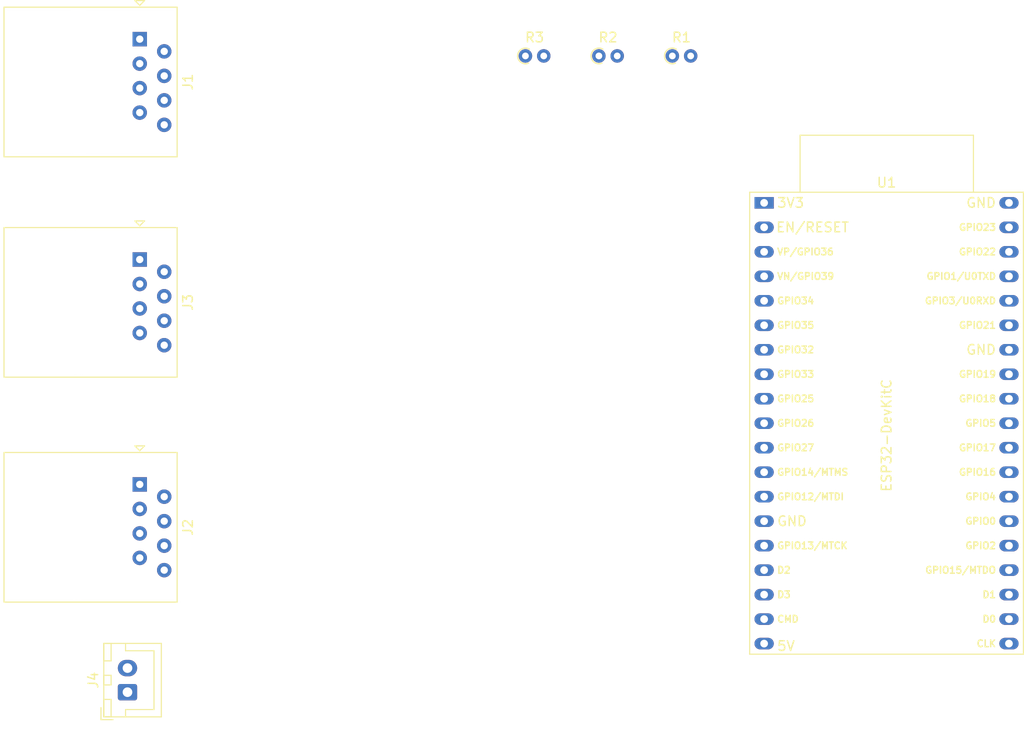
<source format=kicad_pcb>
(kicad_pcb (version 20221018) (generator pcbnew)
  (layers (0 "F.Cu" signal) (31 "B.Cu" signal) (34 "B.Paste" user) (35 "F.Paste" user) (36 "B.SilkS" user "B.Silkscreen") (37 "F.SilkS" user "F.Silkscreen") (38 "B.Mask" user) (39 "F.Mask" user) (44 "Edge.Cuts" user))
  (net 0 "")
  (net 1 "+5V")
  (net 2 "Net-(U1-SENSOR_VN{slash}GPIO39{slash}ADC1_CH3)")
  (net 3 "Net-(U1-SENSOR_VP{slash}GPIO36{slash}ADC1_CH0)")
  (net 4 "Net-(U1-VDET_2{slash}GPIO35{slash}ADC1_CH7)")
  (net 5 "Net-(U1-VDET_1{slash}GPIO34{slash}ADC1_CH6)")
  (net 6 "Net-(U1-32K_XN{slash}GPIO33{slash}ADC1_CH5)")
  (net 8 "GND")
  (net 9 "Net-(U1-3V3)")
  (net 10 "Net-(U1-ADC2_CH7{slash}GPIO27)")
  (net 11 "Net-(U1-MTDI{slash}GPIO12{slash}ADC2_CH5)")
  (net 12 "Net-(U1-MTDO{slash}GPIO15{slash}ADC2_CH3)")
  (net 13 "Net-(U1-MTMS{slash}GPIO14{slash}ADC2_CH6)")
  (net 14 "Net-(U1-32K_XP{slash}GPIO32{slash}ADC1_CH4)")
  (net 16 "Net-(U1-DAC_1{slash}ADC2_CH8{slash}GPIO25)")
  (net 18 "Net-(U1-MTCK{slash}GPIO13{slash}ADC2_CH4)")
  (net 28 "Net-(U1-GPIO16)")
  (net 29 "Net-(U1-GPIO17)")
  (footprint "Resistor_THT:R_Axial_DIN0204_L3.6mm_D1.6mm_P1.90mm_Vertical" (layer "F.Cu") (at 120.02 43.18)
    (fp_text reference "R1" (at 0.95 -1.92) (layer "F.SilkS"))
    (fp_text value "47k")
    (fp_arc (start 0.320095 0.749359) (mid -0.813042 -0.054435) (end 0.417133 -0.7) (stroke (width 0.12)) (layer "F.SilkS"))
    (pad "1" thru_hole circle (at 0 0) (size 1.4 1.4) (drill 0.7) (layers "*.Cu" "*.Mask") (net 11 "Net-(U1-MTDI{slash}GPIO12{slash}ADC2_CH5)"))
    (pad "2" thru_hole oval (at 1.9 0) (size 1.4 1.4) (drill 0.7) (layers "*.Cu" "*.Mask") (net 8 "GND"))
  )
  (footprint "Connector_JST:JST_XH_B2B-XH-A_1x02_P2.50mm_Vertical" (layer "F.Cu") (at 63.5 109.18 90)
    (fp_text reference "J4" (at 1.25 -3.55 90) (layer "F.SilkS"))
    (fp_text value "Conn_01x02_Pin")
    (fp_line (start -2.85 -2.75) (end -2.85 -1.5) (stroke (width 0.12)) (layer "F.SilkS"))
    (fp_line (start -2.56 -2.46) (end -2.56 3.51) (stroke (width 0.12)) (layer "F.SilkS"))
    (fp_line (start -2.56 3.51) (end 5.06 3.51) (stroke (width 0.12)) (layer "F.SilkS"))
    (fp_line (start -2.55 -2.45) (end -2.55 -1.7) (stroke (width 0.12)) (layer "F.SilkS"))
    (fp_line (start -2.55 -1.7) (end -0.75 -1.7) (stroke (width 0.12)) (layer "F.SilkS"))
    (fp_line (start -2.55 -0.2) (end -1.8 -0.2) (stroke (width 0.12)) (layer "F.SilkS"))
    (fp_line (start -1.8 -0.2) (end -1.8 2.75) (stroke (width 0.12)) (layer "F.SilkS"))
    (fp_line (start -1.8 2.75) (end 1.25 2.75) (stroke (width 0.12)) (layer "F.SilkS"))
    (fp_line (start -1.6 -2.75) (end -2.85 -2.75) (stroke (width 0.12)) (layer "F.SilkS"))
    (fp_line (start -0.75 -2.45) (end -2.55 -2.45) (stroke (width 0.12)) (layer "F.SilkS"))
    (fp_line (start -0.75 -1.7) (end -0.75 -2.45) (stroke (width 0.12)) (layer "F.SilkS"))
    (fp_line (start 0.75 -2.45) (end 0.75 -1.7) (stroke (width 0.12)) (layer "F.SilkS"))
    (fp_line (start 0.75 -1.7) (end 1.75 -1.7) (stroke (width 0.12)) (layer "F.SilkS"))
    (fp_line (start 1.75 -2.45) (end 0.75 -2.45) (stroke (width 0.12)) (layer "F.SilkS"))
    (fp_line (start 1.75 -1.7) (end 1.75 -2.45) (stroke (width 0.12)) (layer "F.SilkS"))
    (fp_line (start 3.25 -2.45) (end 3.25 -1.7) (stroke (width 0.12)) (layer "F.SilkS"))
    (fp_line (start 3.25 -1.7) (end 5.05 -1.7) (stroke (width 0.12)) (layer "F.SilkS"))
    (fp_line (start 4.3 -0.2) (end 4.3 2.75) (stroke (width 0.12)) (layer "F.SilkS"))
    (fp_line (start 4.3 2.75) (end 1.25 2.75) (stroke (width 0.12)) (layer "F.SilkS"))
    (fp_line (start 5.05 -2.45) (end 3.25 -2.45) (stroke (width 0.12)) (layer "F.SilkS"))
    (fp_line (start 5.05 -1.7) (end 5.05 -2.45) (stroke (width 0.12)) (layer "F.SilkS"))
    (fp_line (start 5.05 -0.2) (end 4.3 -0.2) (stroke (width 0.12)) (layer "F.SilkS"))
    (fp_line (start 5.06 -2.46) (end -2.56 -2.46) (stroke (width 0.12)) (layer "F.SilkS"))
    (fp_line (start 5.06 3.51) (end 5.06 -2.46) (stroke (width 0.12)) (layer "F.SilkS"))
    (pad "1" thru_hole roundrect (at 0 0 90) (size 1.7 2) (drill 1) (layers "*.Cu" "*.Mask") (roundrect_rratio 0.147059) (net 1 "+5V"))
    (pad "2" thru_hole oval (at 2.5 0 90) (size 1.7 2) (drill 1) (layers "*.Cu" "*.Mask") (net 8 "GND"))
  )
  (footprint "Resistor_THT:R_Axial_DIN0204_L3.6mm_D1.6mm_P1.90mm_Vertical" (layer "F.Cu") (at 112.4 43.18)
    (fp_text reference "R2" (at 0.95 -1.92) (layer "F.SilkS"))
    (fp_text value "4.7k")
    (fp_arc (start 0.320095 0.749359) (mid -0.813042 -0.054435) (end 0.417133 -0.7) (stroke (width 0.12)) (layer "F.SilkS"))
    (pad "1" thru_hole circle (at 0 0) (size 1.4 1.4) (drill 0.7) (layers "*.Cu" "*.Mask") (net 9 "Net-(U1-3V3)"))
    (pad "2" thru_hole oval (at 1.9 0) (size 1.4 1.4) (drill 0.7) (layers "*.Cu" "*.Mask") (net 2 "Net-(U1-SENSOR_VN{slash}GPIO39{slash}ADC1_CH3)"))
  )
  (footprint "Connector_RJ:RJ45_Amphenol_54602-x08_Horizontal" (layer "F.Cu") (at 64.77 41.4375 -90)
    (fp_text reference "J1" (at 4.445 -5 90) (layer "F.SilkS"))
    (fp_text value "RJ45")
    (fp_line (start -4 -0.5) (end -4 0.5) (stroke (width 0.12)) (layer "F.SilkS"))
    (fp_line (start -4 0.5) (end -3.5 0) (stroke (width 0.12)) (layer "F.SilkS"))
    (fp_line (start -3.5 0) (end -4 -0.5) (stroke (width 0.12)) (layer "F.SilkS"))
    (fp_line (start -3.315 -3.88) (end -3.315 14.08) (stroke (width 0.12)) (layer "F.SilkS"))
    (fp_line (start -3.315 14.08) (end 12.205 14.08) (stroke (width 0.12)) (layer "F.SilkS"))
    (fp_line (start 12.205 -3.88) (end -3.315 -3.88) (stroke (width 0.12)) (layer "F.SilkS"))
    (fp_line (start 12.205 -3.88) (end 12.205 14.08) (stroke (width 0.12)) (layer "F.SilkS"))
    (pad "" np_thru_hole circle (at -1.27 6.35 270) (size 3.2 3.2) (drill 3.2) (layers "*.Cu" "*.Mask"))
    (pad "" np_thru_hole circle (at 10.16 6.35 270) (size 3.2 3.2) (drill 3.2) (layers "*.Cu" "*.Mask"))
    (pad "1" thru_hole rect (at 0 0 270) (size 1.5 1.5) (drill 0.76) (layers "*.Cu" "*.Mask") (net 1 "+5V"))
    (pad "2" thru_hole circle (at 1.27 -2.54 270) (size 1.5 1.5) (drill 0.76) (layers "*.Cu" "*.Mask") (net 2 "Net-(U1-SENSOR_VN{slash}GPIO39{slash}ADC1_CH3)"))
    (pad "3" thru_hole circle (at 2.54 0 270) (size 1.5 1.5) (drill 0.76) (layers "*.Cu" "*.Mask") (net 3 "Net-(U1-SENSOR_VP{slash}GPIO36{slash}ADC1_CH0)"))
    (pad "4" thru_hole circle (at 3.81 -2.54 270) (size 1.5 1.5) (drill 0.76) (layers "*.Cu" "*.Mask") (net 4 "Net-(U1-VDET_2{slash}GPIO35{slash}ADC1_CH7)"))
    (pad "5" thru_hole circle (at 5.08 0 270) (size 1.5 1.5) (drill 0.76) (layers "*.Cu" "*.Mask") (net 5 "Net-(U1-VDET_1{slash}GPIO34{slash}ADC1_CH6)"))
    (pad "6" thru_hole circle (at 6.35 -2.54 270) (size 1.5 1.5) (drill 0.76) (layers "*.Cu" "*.Mask") (net 6 "Net-(U1-32K_XN{slash}GPIO33{slash}ADC1_CH5)"))
    (pad "7" thru_hole circle (at 7.62 0 270) (size 1.5 1.5) (drill 0.76) (layers "*.Cu" "*.Mask"))
    (pad "8" thru_hole circle (at 8.89 -2.54 270) (size 1.5 1.5) (drill 0.76) (layers "*.Cu" "*.Mask") (net 8 "GND"))
  )
  (footprint "Connector_RJ:RJ45_Amphenol_54602-x08_Horizontal" (layer "F.Cu") (at 64.77 64.2975 -90)
    (fp_text reference "J3" (at 4.445 -5 90) (layer "F.SilkS"))
    (fp_text value "RJ45")
    (fp_line (start -4 -0.5) (end -4 0.5) (stroke (width 0.12)) (layer "F.SilkS"))
    (fp_line (start -4 0.5) (end -3.5 0) (stroke (width 0.12)) (layer "F.SilkS"))
    (fp_line (start -3.5 0) (end -4 -0.5) (stroke (width 0.12)) (layer "F.SilkS"))
    (fp_line (start -3.315 -3.88) (end -3.315 14.08) (stroke (width 0.12)) (layer "F.SilkS"))
    (fp_line (start -3.315 14.08) (end 12.205 14.08) (stroke (width 0.12)) (layer "F.SilkS"))
    (fp_line (start 12.205 -3.88) (end -3.315 -3.88) (stroke (width 0.12)) (layer "F.SilkS"))
    (fp_line (start 12.205 -3.88) (end 12.205 14.08) (stroke (width 0.12)) (layer "F.SilkS"))
    (pad "" np_thru_hole circle (at -1.27 6.35 270) (size 3.2 3.2) (drill 3.2) (layers "*.Cu" "*.Mask"))
    (pad "" np_thru_hole circle (at 10.16 6.35 270) (size 3.2 3.2) (drill 3.2) (layers "*.Cu" "*.Mask"))
    (pad "1" thru_hole rect (at 0 0 270) (size 1.5 1.5) (drill 0.76) (layers "*.Cu" "*.Mask") (net 9 "Net-(U1-3V3)"))
    (pad "2" thru_hole circle (at 1.27 -2.54 270) (size 1.5 1.5) (drill 0.76) (layers "*.Cu" "*.Mask") (net 10 "Net-(U1-ADC2_CH7{slash}GPIO27)"))
    (pad "3" thru_hole circle (at 2.54 0 270) (size 1.5 1.5) (drill 0.76) (layers "*.Cu" "*.Mask") (net 11 "Net-(U1-MTDI{slash}GPIO12{slash}ADC2_CH5)"))
    (pad "4" thru_hole circle (at 3.81 -2.54 270) (size 1.5 1.5) (drill 0.76) (layers "*.Cu" "*.Mask") (net 12 "Net-(U1-MTDO{slash}GPIO15{slash}ADC2_CH3)"))
    (pad "5" thru_hole circle (at 5.08 0 270) (size 1.5 1.5) (drill 0.76) (layers "*.Cu" "*.Mask") (net 13 "Net-(U1-MTMS{slash}GPIO14{slash}ADC2_CH6)"))
    (pad "6" thru_hole circle (at 6.35 -2.54 270) (size 1.5 1.5) (drill 0.76) (layers "*.Cu" "*.Mask") (net 8 "GND"))
    (pad "7" thru_hole circle (at 7.62 0 270) (size 1.5 1.5) (drill 0.76) (layers "*.Cu" "*.Mask") (net 14 "Net-(U1-32K_XP{slash}GPIO32{slash}ADC1_CH4)"))
    (pad "8" thru_hole circle (at 8.89 -2.54 270) (size 1.5 1.5) (drill 0.76) (layers "*.Cu" "*.Mask") (net 8 "GND"))
  )
  (footprint "PCM_Espressif:ESP32-DevKitC" (layer "F.Cu") (at 129.54 58.42)
    (fp_text reference "U1" (at 12.7 -2.1) (layer "F.SilkS"))
    (fp_text value "ESP32-DevKitC" (at 12.7 24.13 90) (layer "F.SilkS"))
    (fp_text user "VP/GPIO36" (at 1.27 5.08 unlocked) (layer "F.SilkS") (effects (font (size 0.7 0.7)) (justify left)))
    (fp_text user "EN/RESET" (at 8.88632 2.53728 unlocked) (layer "F.SilkS") (effects (justify right)))
    (fp_text user "GPIO21" (at 24.13 12.7 unlocked) (layer "F.SilkS") (effects (font (size 0.7 0.7)) (justify right)))
    (fp_text user "GPIO23" (at 24.13 2.54 unlocked) (layer "F.SilkS") (effects (font (size 0.7 0.7)) (justify right)))
    (fp_text user "D3" (at 1.27 40.64 unlocked) (layer "F.SilkS") (effects (font (size 0.7 0.7)) (justify left)))
    (fp_text user "GPIO4" (at 24.13 30.48 unlocked) (layer "F.SilkS") (effects (font (size 0.7 0.7)) (justify right)))
    (fp_text user "GPIO2" (at 24.13 35.56 unlocked) (layer "F.SilkS") (effects (font (size 0.7 0.7)) (justify right)))
    (fp_text user "GPIO13/MTCK" (at 1.27 35.56 unlocked) (layer "F.SilkS") (effects (font (size 0.7 0.7)) (justify left)))
    (fp_text user "GPIO16" (at 24.13 27.94 unlocked) (layer "F.SilkS") (effects (font (size 0.7 0.7)) (justify right)))
    (fp_text user "D2" (at 1.27 38.1 unlocked) (layer "F.SilkS") (effects (font (size 0.7 0.7)) (justify left)))
    (fp_text user "GPIO15/MTDO" (at 24.13 38.1 unlocked) (layer "F.SilkS") (effects (font (size 0.7 0.7)) (justify right)))
    (fp_text user "5V" (at 1.26632 45.97128 unlocked) (layer "F.SilkS") (effects (justify left)))
    (fp_text user "GND" (at 1.27 33.02 unlocked) (layer "F.SilkS") (effects (justify left)))
    (fp_text user "CMD" (at 1.27 43.18 unlocked) (layer "F.SilkS") (effects (font (size 0.7 0.7)) (justify left)))
    (fp_text user "GPIO26" (at 1.27 22.86 unlocked) (layer "F.SilkS") (effects (font (size 0.7 0.7)) (justify left)))
    (fp_text user "GPIO5" (at 24.13 22.86 unlocked) (layer "F.SilkS") (effects (font (size 0.7 0.7)) (justify right)))
    (fp_text user "3V3" (at 1.27 0 unlocked) (layer "F.SilkS") (effects (justify left)))
    (fp_text user "VN/GPIO39" (at 1.27 7.62 unlocked) (layer "F.SilkS") (effects (font (size 0.7 0.7)) (justify left)))
    (fp_text user "GPIO1/U0TXD" (at 24.13 7.62 unlocked) (layer "F.SilkS") (effects (font (size 0.7 0.7)) (justify right)))
    (fp_text user "D1" (at 24.13 40.64 unlocked) (layer "F.SilkS") (effects (font (size 0.7 0.7)) (justify right)))
    (fp_text user "GPIO0" (at 24.13 33.02 unlocked) (layer "F.SilkS") (effects (font (size 0.7 0.7)) (justify right)))
    (fp_text user "GPIO22" (at 24.13 5.08 unlocked) (layer "F.SilkS") (effects (font (size 0.7 0.7)) (justify right)))
    (fp_text user "GND" (at 24.13 0 unlocked) (layer "F.SilkS") (effects (justify right)))
    (fp_text user "D0" (at 24.13 43.18 unlocked) (layer "F.SilkS") (effects (font (size 0.7 0.7)) (justify right)))
    (fp_text user "GPIO12/MTDI" (at 1.27 30.48 unlocked) (layer "F.SilkS") (effects (font (size 0.7 0.7)) (justify left)))
    (fp_text user "GPIO18" (at 24.13 20.32 unlocked) (layer "F.SilkS") (effects (font (size 0.7 0.7)) (justify right)))
    (fp_text user "GPIO25" (at 1.27 20.32 unlocked) (layer "F.SilkS") (effects (font (size 0.7 0.7)) (justify left)))
    (fp_text user "GPIO19" (at 24.13 17.78 unlocked) (layer "F.SilkS") (effects (font (size 0.7 0.7)) (justify right)))
    (fp_text user "GPIO32" (at 1.27 15.24 unlocked) (layer "F.SilkS") (effects (font (size 0.7 0.7)) (justify left)))
    (fp_text user "GPIO34" (at 1.27 10.16 unlocked) (layer "F.SilkS") (effects (font (size 0.7 0.7)) (justify left)))
    (fp_text user "GPIO33" (at 1.27 17.78 unlocked) (layer "F.SilkS") (effects (font (size 0.7 0.7)) (justify left)))
    (fp_text user "GND" (at 24.13 15.24 unlocked) (layer "F.SilkS") (effects (justify right)))
    (fp_text user "GPIO3/U0RXD" (at 24.13 10.16 unlocked) (layer "F.SilkS") (effects (font (size 0.7 0.7)) (justify right)))
    (fp_text user "GPIO35" (at 1.27 12.7 unlocked) (layer "F.SilkS") (effects (font (size 0.7 0.7)) (justify left)))
    (fp_text user "GPIO17" (at 24.13 25.4 unlocked) (layer "F.SilkS") (effects (font (size 0.7 0.7)) (justify right)))
    (fp_text user "GPIO14/MTMS" (at 1.27 27.94 unlocked) (layer "F.SilkS") (effects (font (size 0.7 0.7)) (justify left)))
    (fp_text user "CLK" (at 24.13 45.72 unlocked) (layer "F.SilkS") (effects (font (size 0.7 0.7)) (justify right)))
    (fp_text user "GPIO27" (at 1.27 25.4 unlocked) (layer "F.SilkS") (effects (font (size 0.7 0.7)) (justify left)))
    (fp_line (start -1.5 46.82) (end 26.899999 46.82) (stroke (width 0.12)) (layer "F.SilkS"))
    (fp_line (start -1.499999 -1.1) (end -1.5 46.82) (stroke (width 0.12)) (layer "F.SilkS"))
    (fp_line (start 3.73012 -7.01312) (end 21.71332 -7.01312) (stroke (width 0.12)) (layer "F.SilkS"))
    (fp_line (start 3.73012 -1.12032) (end 3.73012 -7.01312) (stroke (width 0.12)) (layer "F.SilkS"))
    (fp_line (start 21.71332 -7.01312) (end 21.71332 -1.12032) (stroke (width 0.12)) (layer "F.SilkS"))
    (fp_line (start 26.899999 46.82) (end 26.9 -1.1) (stroke (width 0.12)) (layer "F.SilkS"))
    (fp_line (start 26.9 -1.1) (end -1.499999 -1.1) (stroke (width 0.12)) (layer "F.SilkS"))
    (pad "1" thru_hole rect (at 0 0 270) (size 1.2 2) (drill 0.8) (layers "*.Cu" "*.Mask") (net 9 "Net-(U1-3V3)"))
    (pad "2" thru_hole oval (at 0 2.54 270) (size 1.2 2) (drill 0.8) (layers "*.Cu" "*.Mask"))
    (pad "3" thru_hole oval (at 0 5.08 270) (size 1.2 2) (drill 0.8) (layers "*.Cu" "*.Mask") (net 3 "Net-(U1-SENSOR_VP{slash}GPIO36{slash}ADC1_CH0)"))
    (pad "4" thru_hole oval (at 0 7.62 270) (size 1.2 2) (drill 0.8) (layers "*.Cu" "*.Mask") (net 2 "Net-(U1-SENSOR_VN{slash}GPIO39{slash}ADC1_CH3)"))
    (pad "5" thru_hole oval (at 0 10.16 270) (size 1.2 2) (drill 0.8) (layers "*.Cu" "*.Mask") (net 5 "Net-(U1-VDET_1{slash}GPIO34{slash}ADC1_CH6)"))
    (pad "6" thru_hole oval (at 0 12.7 270) (size 1.2 2) (drill 0.8) (layers "*.Cu" "*.Mask") (net 4 "Net-(U1-VDET_2{slash}GPIO35{slash}ADC1_CH7)"))
    (pad "7" thru_hole oval (at 0 15.24 270) (size 1.2 2) (drill 0.8) (layers "*.Cu" "*.Mask") (net 14 "Net-(U1-32K_XP{slash}GPIO32{slash}ADC1_CH4)"))
    (pad "8" thru_hole oval (at 0 17.78 270) (size 1.2 2) (drill 0.8) (layers "*.Cu" "*.Mask") (net 6 "Net-(U1-32K_XN{slash}GPIO33{slash}ADC1_CH5)"))
    (pad "9" thru_hole oval (at 0 20.32 270) (size 1.2 2) (drill 0.8) (layers "*.Cu" "*.Mask") (net 16 "Net-(U1-DAC_1{slash}ADC2_CH8{slash}GPIO25)"))
    (pad "10" thru_hole oval (at 0 22.86 270) (size 1.2 2) (drill 0.8) (layers "*.Cu" "*.Mask"))
    (pad "11" thru_hole oval (at 0 25.4 270) (size 1.2 2) (drill 0.8) (layers "*.Cu" "*.Mask") (net 10 "Net-(U1-ADC2_CH7{slash}GPIO27)"))
    (pad "12" thru_hole oval (at 0 27.94 270) (size 1.2 2) (drill 0.8) (layers "*.Cu" "*.Mask") (net 13 "Net-(U1-MTMS{slash}GPIO14{slash}ADC2_CH6)"))
    (pad "13" thru_hole oval (at 0 30.48 270) (size 1.2 2) (drill 0.8) (layers "*.Cu" "*.Mask") (net 11 "Net-(U1-MTDI{slash}GPIO12{slash}ADC2_CH5)"))
    (pad "14" thru_hole oval (at 0 33.02 270) (size 1.2 2) (drill 0.8) (layers "*.Cu" "*.Mask") (net 8 "GND"))
    (pad "15" thru_hole oval (at 0 35.56 270) (size 1.2 2) (drill 0.8) (layers "*.Cu" "*.Mask") (net 18 "Net-(U1-MTCK{slash}GPIO13{slash}ADC2_CH4)"))
    (pad "16" thru_hole oval (at 0 38.1 270) (size 1.2 2) (drill 0.8) (layers "*.Cu" "*.Mask"))
    (pad "17" thru_hole oval (at 0 40.64 270) (size 1.2 2) (drill 0.8) (layers "*.Cu" "*.Mask"))
    (pad "18" thru_hole oval (at 0 43.18 270) (size 1.2 2) (drill 0.8) (layers "*.Cu" "*.Mask"))
    (pad "19" thru_hole oval (at 0 45.72 270) (size 1.2 2) (drill 0.8) (layers "*.Cu" "*.Mask") (net 1 "+5V"))
    (pad "20" thru_hole oval (at 25.39632 45.71728 270) (size 1.2 2) (drill 0.8) (layers "*.Cu" "*.Mask"))
    (pad "21" thru_hole oval (at 25.39632 43.17728 270) (size 1.2 2) (drill 0.8) (layers "*.Cu" "*.Mask"))
    (pad "22" thru_hole oval (at 25.4 40.64 270) (size 1.2 2) (drill 0.8) (layers "*.Cu" "*.Mask"))
    (pad "23" thru_hole oval (at 25.4 38.1 270) (size 1.2 2) (drill 0.8) (layers "*.Cu" "*.Mask") (net 12 "Net-(U1-MTDO{slash}GPIO15{slash}ADC2_CH3)"))
    (pad "24" thru_hole oval (at 25.4 35.56 270) (size 1.2 2) (drill 0.8) (layers "*.Cu" "*.Mask"))
    (pad "25" thru_hole oval (at 25.4 33.02 270) (size 1.2 2) (drill 0.8) (layers "*.Cu" "*.Mask"))
    (pad "26" thru_hole oval (at 25.4 30.48 270) (size 1.2 2) (drill 0.8) (layers "*.Cu" "*.Mask"))
    (pad "27" thru_hole oval (at 25.4 27.94 270) (size 1.2 2) (drill 0.8) (layers "*.Cu" "*.Mask") (net 28 "Net-(U1-GPIO16)"))
    (pad "28" thru_hole oval (at 25.4 25.4 270) (size 1.2 2) (drill 0.8) (layers "*.Cu" "*.Mask") (net 29 "Net-(U1-GPIO17)"))
    (pad "29" thru_hole oval (at 25.4 22.86 270) (size 1.2 2) (drill 0.8) (layers "*.Cu" "*.Mask"))
    (pad "30" thru_hole oval (at 25.4 20.32 270) (size 1.2 2) (drill 0.8) (layers "*.Cu" "*.Mask"))
    (pad "31" thru_hole oval (at 25.4 17.78 270) (size 1.2 2) (drill 0.8) (layers "*.Cu" "*.Mask"))
    (pad "32" thru_hole oval (at 25.4 15.24 270) (size 1.2 2) (drill 0.8) (layers "*.Cu" "*.Mask") (net 8 "GND"))
    (pad "33" thru_hole oval (at 25.4 12.7 270) (size 1.2 2) (drill 0.8) (layers "*.Cu" "*.Mask"))
    (pad "34" thru_hole oval (at 25.4 10.16 270) (size 1.2 2) (drill 0.8) (layers "*.Cu" "*.Mask"))
    (pad "35" thru_hole oval (at 25.4 7.62 270) (size 1.2 2) (drill 0.8) (layers "*.Cu" "*.Mask"))
    (pad "36" thru_hole oval (at 25.4 5.08 270) (size 1.2 2) (drill 0.8) (layers "*.Cu" "*.Mask"))
    (pad "37" thru_hole oval (at 25.4 2.54 270) (size 1.2 2) (drill 0.8) (layers "*.Cu" "*.Mask"))
    (pad "38" thru_hole oval (at 25.4 0 270) (size 1.2 2) (drill 0.8) (layers "*.Cu" "*.Mask") (net 8 "GND"))
  )
  (footprint "Connector_RJ:RJ45_Amphenol_54602-x08_Horizontal" (layer "F.Cu") (at 64.77 87.63 -90)
    (fp_text reference "J2" (at 4.445 -5 90) (layer "F.SilkS"))
    (fp_text value "RJ45")
    (fp_line (start -4 -0.5) (end -4 0.5) (stroke (width 0.12)) (layer "F.SilkS"))
    (fp_line (start -4 0.5) (end -3.5 0) (stroke (width 0.12)) (layer "F.SilkS"))
    (fp_line (start -3.5 0) (end -4 -0.5) (stroke (width 0.12)) (layer "F.SilkS"))
    (fp_line (start -3.315 -3.88) (end -3.315 14.08) (stroke (width 0.12)) (layer "F.SilkS"))
    (fp_line (start -3.315 14.08) (end 12.205 14.08) (stroke (width 0.12)) (layer "F.SilkS"))
    (fp_line (start 12.205 -3.88) (end -3.315 -3.88) (stroke (width 0.12)) (layer "F.SilkS"))
    (fp_line (start 12.205 -3.88) (end 12.205 14.08) (stroke (width 0.12)) (layer "F.SilkS"))
    (pad "" np_thru_hole circle (at -1.27 6.35 270) (size 3.2 3.2) (drill 3.2) (layers "*.Cu" "*.Mask"))
    (pad "" np_thru_hole circle (at 10.16 6.35 270) (size 3.2 3.2) (drill 3.2) (layers "*.Cu" "*.Mask"))
    (pad "1" thru_hole rect (at 0 0 270) (size 1.5 1.5) (drill 0.76) (layers "*.Cu" "*.Mask") (net 9 "Net-(U1-3V3)"))
    (pad "2" thru_hole circle (at 1.27 -2.54 270) (size 1.5 1.5) (drill 0.76) (layers "*.Cu" "*.Mask") (net 28 "Net-(U1-GPIO16)"))
    (pad "3" thru_hole circle (at 2.54 0 270) (size 1.5 1.5) (drill 0.76) (layers "*.Cu" "*.Mask") (net 29 "Net-(U1-GPIO17)"))
    (pad "4" thru_hole circle (at 3.81 -2.54 270) (size 1.5 1.5) (drill 0.76) (layers "*.Cu" "*.Mask"))
    (pad "5" thru_hole circle (at 5.08 0 270) (size 1.5 1.5) (drill 0.76) (layers "*.Cu" "*.Mask") (net 18 "Net-(U1-MTCK{slash}GPIO13{slash}ADC2_CH4)"))
    (pad "6" thru_hole circle (at 6.35 -2.54 270) (size 1.5 1.5) (drill 0.76) (layers "*.Cu" "*.Mask") (net 16 "Net-(U1-DAC_1{slash}ADC2_CH8{slash}GPIO25)"))
    (pad "7" thru_hole circle (at 7.62 0 270) (size 1.5 1.5) (drill 0.76) (layers "*.Cu" "*.Mask"))
    (pad "8" thru_hole circle (at 8.89 -2.54 270) (size 1.5 1.5) (drill 0.76) (layers "*.Cu" "*.Mask") (net 8 "GND"))
  )
  (footprint "Resistor_THT:R_Axial_DIN0204_L3.6mm_D1.6mm_P1.90mm_Vertical" (layer "F.Cu") (at 104.78 43.18)
    (fp_text reference "R3" (at 0.95 -1.92) (layer "F.SilkS"))
    (fp_text value "10k")
    (fp_arc (start 0.320095 0.749359) (mid -0.813042 -0.054435) (end 0.417133 -0.7) (stroke (width 0.12)) (layer "F.SilkS"))
    (pad "1" thru_hole circle (at 0 0) (size 1.4 1.4) (drill 0.7) (layers "*.Cu" "*.Mask") (net 9 "Net-(U1-3V3)"))
    (pad "2" thru_hole oval (at 1.9 0) (size 1.4 1.4) (drill 0.7) (layers "*.Cu" "*.Mask") (net 3 "Net-(U1-SENSOR_VP{slash}GPIO36{slash}ADC1_CH0)"))
  )
)
</source>
